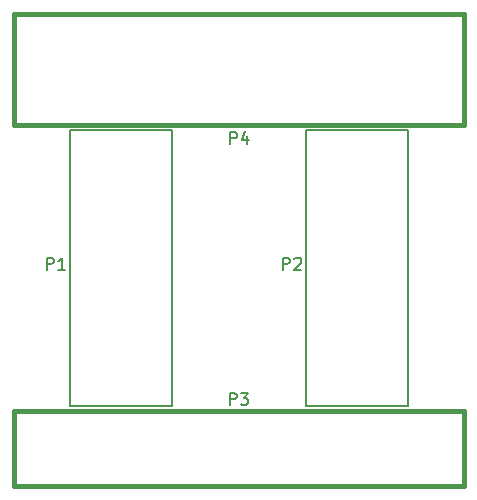
<source format=gto>
G04 (created by PCBNEW (2013-mar-13)-testing) date Mon 26 Aug 2013 08:11:51 AM PDT*
%MOIN*%
G04 Gerber Fmt 3.4, Leading zero omitted, Abs format*
%FSLAX34Y34*%
G01*
G70*
G90*
G04 APERTURE LIST*
%ADD10C,0.005906*%
%ADD11C,0.015000*%
%ADD12C,0.007874*%
%ADD13C,0.008000*%
G04 APERTURE END LIST*
G54D10*
G54D11*
X35059Y-35433D02*
X35059Y-32933D01*
X33609Y-35433D02*
X35059Y-35433D01*
X33609Y-32933D02*
X35009Y-32933D01*
X35009Y-32933D02*
X35059Y-32933D01*
X21559Y-32933D02*
X20059Y-32933D01*
X20059Y-32933D02*
X20059Y-35433D01*
X20059Y-35433D02*
X22059Y-35433D01*
X21559Y-32933D02*
X33559Y-32933D01*
X21559Y-35433D02*
X33559Y-35433D01*
X33559Y-19693D02*
X35059Y-19693D01*
X35059Y-19693D02*
X35059Y-19993D01*
X21559Y-19693D02*
X20059Y-19693D01*
X20059Y-19693D02*
X20059Y-19893D01*
X21559Y-23393D02*
X20059Y-23393D01*
X20059Y-23393D02*
X20059Y-19893D01*
X33559Y-23393D02*
X35059Y-23393D01*
X35059Y-23393D02*
X35059Y-19893D01*
X33559Y-23393D02*
X21559Y-23393D01*
X21559Y-19693D02*
X33559Y-19693D01*
G54D12*
X23772Y-32758D02*
X25322Y-32758D01*
X25322Y-23558D02*
X25322Y-32758D01*
X23622Y-23558D02*
X25322Y-23558D01*
X23622Y-23558D02*
X21922Y-23558D01*
X21922Y-23558D02*
X21922Y-24933D01*
X21922Y-24933D02*
X21922Y-32008D01*
X21922Y-32008D02*
X21922Y-32758D01*
X21922Y-32758D02*
X23772Y-32758D01*
X31646Y-32758D02*
X33196Y-32758D01*
X33196Y-23558D02*
X33196Y-32758D01*
X31496Y-23558D02*
X33196Y-23558D01*
X31496Y-23558D02*
X29796Y-23558D01*
X29796Y-23558D02*
X29796Y-24933D01*
X29796Y-24933D02*
X29796Y-32008D01*
X29796Y-32008D02*
X29796Y-32758D01*
X29796Y-32758D02*
X31646Y-32758D01*
G54D13*
X27263Y-32740D02*
X27263Y-32340D01*
X27416Y-32340D01*
X27454Y-32359D01*
X27473Y-32378D01*
X27492Y-32416D01*
X27492Y-32473D01*
X27473Y-32511D01*
X27454Y-32530D01*
X27416Y-32549D01*
X27263Y-32549D01*
X27625Y-32340D02*
X27873Y-32340D01*
X27740Y-32492D01*
X27797Y-32492D01*
X27835Y-32511D01*
X27854Y-32530D01*
X27873Y-32568D01*
X27873Y-32663D01*
X27854Y-32701D01*
X27835Y-32720D01*
X27797Y-32740D01*
X27682Y-32740D01*
X27644Y-32720D01*
X27625Y-32701D01*
X27283Y-24039D02*
X27283Y-23639D01*
X27435Y-23639D01*
X27473Y-23658D01*
X27493Y-23677D01*
X27512Y-23715D01*
X27512Y-23772D01*
X27493Y-23810D01*
X27473Y-23829D01*
X27435Y-23848D01*
X27283Y-23848D01*
X27854Y-23772D02*
X27854Y-24039D01*
X27759Y-23620D02*
X27664Y-23905D01*
X27912Y-23905D01*
X21161Y-28232D02*
X21161Y-27832D01*
X21313Y-27832D01*
X21351Y-27851D01*
X21370Y-27870D01*
X21390Y-27908D01*
X21390Y-27965D01*
X21370Y-28003D01*
X21351Y-28022D01*
X21313Y-28041D01*
X21161Y-28041D01*
X21770Y-28232D02*
X21542Y-28232D01*
X21656Y-28232D02*
X21656Y-27832D01*
X21618Y-27889D01*
X21580Y-27927D01*
X21542Y-27946D01*
X29035Y-28232D02*
X29035Y-27832D01*
X29187Y-27832D01*
X29225Y-27851D01*
X29244Y-27870D01*
X29264Y-27908D01*
X29264Y-27965D01*
X29244Y-28003D01*
X29225Y-28022D01*
X29187Y-28041D01*
X29035Y-28041D01*
X29416Y-27870D02*
X29435Y-27851D01*
X29473Y-27832D01*
X29568Y-27832D01*
X29606Y-27851D01*
X29625Y-27870D01*
X29644Y-27908D01*
X29644Y-27946D01*
X29625Y-28003D01*
X29397Y-28232D01*
X29644Y-28232D01*
M02*

</source>
